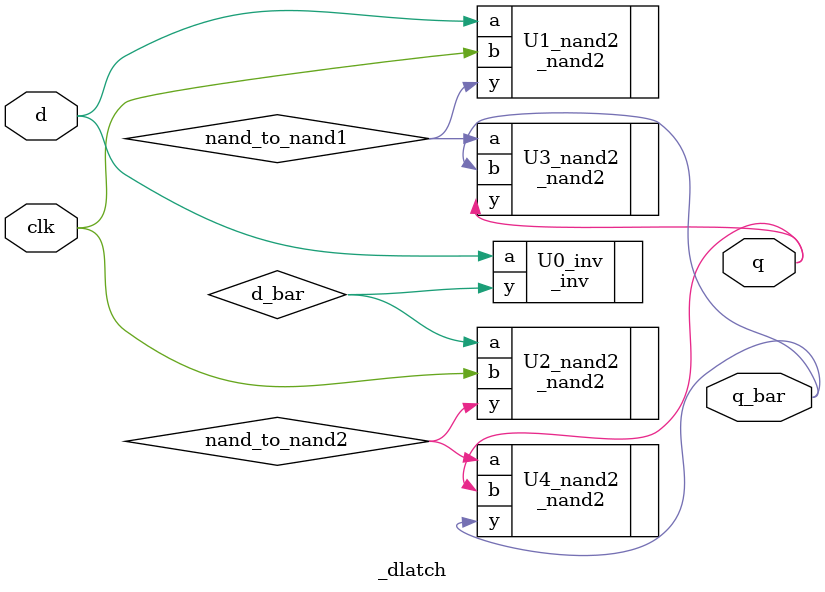
<source format=v>
module _dlatch(clk, d, q, q_bar); // this module makes d latch
input clk, d; // define input clk and d
output q, q_bar; // define output q and q_bar

wire d_bar, nand_to_nand1, nand_to_nand2; // define wire

_inv U0_inv( // inverter instance 
	.a(d),
	.y(d_bar)
	);

// four 2 input nand gate instance
_nand2 U1_nand2( 
	.a(d),
	.b(clk),
	.y(nand_to_nand1)
	);
	
_nand2 U2_nand2(
	.a(d_bar),
	.b(clk),
	.y(nand_to_nand2)
	);
	
_nand2 U3_nand2(
	.a(nand_to_nand1),
	.b(q_bar),
	.y(q)
	);
	
_nand2 U4_nand2(
	.a(nand_to_nand2),
	.b(q),
	.y(q_bar)
	);
	
endmodule // end of module

</source>
